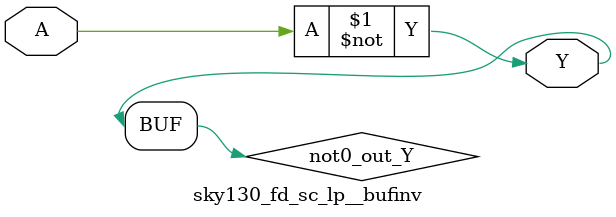
<source format=v>
/*
 * Copyright 2020 The SkyWater PDK Authors
 *
 * Licensed under the Apache License, Version 2.0 (the "License");
 * you may not use this file except in compliance with the License.
 * You may obtain a copy of the License at
 *
 *     https://www.apache.org/licenses/LICENSE-2.0
 *
 * Unless required by applicable law or agreed to in writing, software
 * distributed under the License is distributed on an "AS IS" BASIS,
 * WITHOUT WARRANTIES OR CONDITIONS OF ANY KIND, either express or implied.
 * See the License for the specific language governing permissions and
 * limitations under the License.
 *
 * SPDX-License-Identifier: Apache-2.0
*/


`ifndef SKY130_FD_SC_LP__BUFINV_FUNCTIONAL_V
`define SKY130_FD_SC_LP__BUFINV_FUNCTIONAL_V

/**
 * bufinv: Buffer followed by inverter.
 *
 * Verilog simulation functional model.
 */

`timescale 1ns / 1ps
`default_nettype none

`celldefine
module sky130_fd_sc_lp__bufinv (
    Y,
    A
);

    // Module ports
    output Y;
    input  A;

    // Local signals
    wire not0_out_Y;

    //  Name  Output      Other arguments
    not not0 (not0_out_Y, A              );
    buf buf0 (Y         , not0_out_Y     );

endmodule
`endcelldefine

`default_nettype wire
`endif  // SKY130_FD_SC_LP__BUFINV_FUNCTIONAL_V

</source>
